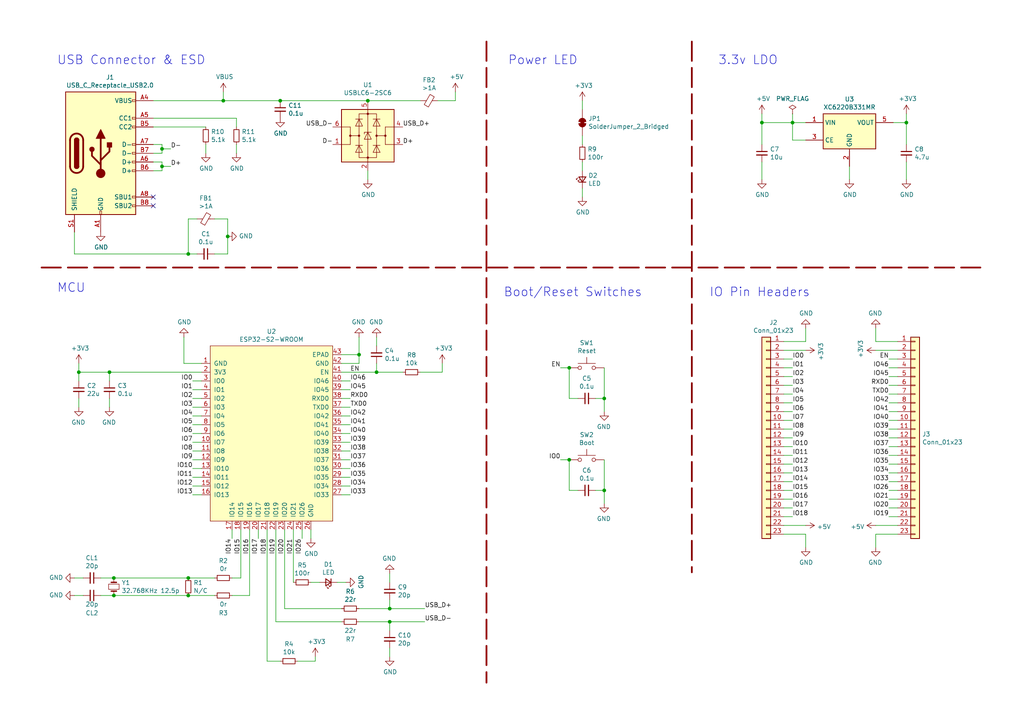
<source format=kicad_sch>
(kicad_sch (version 20231120) (generator "eeschema") (generator_version "8.0")
  (paper "A4")
  (title_block (title "ESP32-S2 Breakout Board") (date "2020-03-16") (rev "2"))
  (lib_symbols
    (symbol "Connector_Generic:Conn_01x23" (pin_names (offset 1.016) hide)
      (property "Reference" "J" (at 0 30.48 0))
      (property "Value" "Conn_01x23" (at 0 -30.48 0))
      (symbol "Conn_01x23_1_1"
        (pin passive line (at -5.08 27.94 0) (length 3.81) (name "Pin_1") (number "1"))
        (pin passive line (at -5.08 5.08 0) (length 3.81) (name "Pin_10") (number "10"))
        (pin passive line (at -5.08 2.54 0) (length 3.81) (name "Pin_11") (number "11"))
        (pin passive line (at -5.08 0 0) (length 3.81) (name "Pin_12") (number "12"))
        (pin passive line (at -5.08 -2.54 0) (length 3.81) (name "Pin_13") (number "13"))
        (pin passive line (at -5.08 -5.08 0) (length 3.81) (name "Pin_14") (number "14"))
        (pin passive line (at -5.08 -7.62 0) (length 3.81) (name "Pin_15") (number "15"))
        (pin passive line (at -5.08 -10.16 0) (length 3.81) (name "Pin_16") (number "16"))
        (pin passive line (at -5.08 -12.7 0) (length 3.81) (name "Pin_17") (number "17"))
        (pin passive line (at -5.08 -15.24 0) (length 3.81) (name "Pin_18") (number "18"))
        (pin passive line (at -5.08 -17.78 0) (length 3.81) (name "Pin_19") (number "19"))
        (pin passive line (at -5.08 25.4 0) (length 3.81) (name "Pin_2") (number "2"))
        (pin passive line (at -5.08 -20.32 0) (length 3.81) (name "Pin_20") (number "20"))
        (pin passive line (at -5.08 -22.86 0) (length 3.81) (name "Pin_21") (number "21"))
        (pin passive line (at -5.08 -25.4 0) (length 3.81) (name "Pin_22") (number "22"))
        (pin passive line (at -5.08 -27.94 0) (length 3.81) (name "Pin_23") (number "23"))
        (pin passive line (at -5.08 22.86 0) (length 3.81) (name "Pin_3") (number "3"))
        (pin passive line (at -5.08 20.32 0) (length 3.81) (name "Pin_4") (number "4"))
        (pin passive line (at -5.08 17.78 0) (length 3.81) (name "Pin_5") (number "5"))
        (pin passive line (at -5.08 15.24 0) (length 3.81) (name "Pin_6") (number "6"))
        (pin passive line (at -5.08 12.7 0) (length 3.81) (name "Pin_7") (number "7"))
        (pin passive line (at -5.08 10.16 0) (length 3.81) (name "Pin_8") (number "8"))
        (pin passive line (at -5.08 7.62 0) (length 3.81) (name "Pin_9") (number "9"))
      )
    )
    (symbol "Device:C_Small" (pin_numbers hide) (pin_names (offset 0.254) hide)
      (property "Reference" "C" (at 0.254 1.778 0))
      (property "Value" "C_Small" (at 0.254 -2.032 0))
      (symbol "C_Small_1_1"
        (pin passive line (at 0 2.54 270) (length 2.032) (name "~") (number "1"))
        (pin passive line (at 0 -2.54 90) (length 2.032) (name "~") (number "2"))
      )
    )
    (symbol "Device:Crystal_Small" (pin_numbers hide) (pin_names (offset 1.016) hide)
      (property "Reference" "Y" (at 0 2.54 0))
      (property "Value" "Crystal_Small" (at 0 -2.54 0))
      (symbol "Crystal_Small_1_1"
        (pin passive line (at -2.54 0 0) (length 1.27) (name "1") (number "1"))
        (pin passive line (at 2.54 0 180) (length 1.27) (name "2") (number "2"))
      )
    )
    (symbol "Device:LED_Small" (pin_numbers hide) (pin_names (offset 0.254) hide)
      (property "Reference" "D" (at -1.27 3.175 0))
      (property "Value" "LED_Small" (at -4.445 -2.54 0))
      (symbol "LED_Small_1_1"
        (pin passive line (at -2.54 0 0) (length 1.778) (name "K") (number "1"))
        (pin passive line (at 2.54 0 180) (length 1.778) (name "A") (number "2"))
      )
    )
    (symbol "Device:R_Small" (pin_numbers hide) (pin_names (offset 0.254) hide)
      (property "Reference" "R" (at 0.762 0.508 0))
      (property "Value" "R_Small" (at 0.762 -1.016 0))
      (symbol "R_Small_1_1"
        (pin passive line (at 0 2.54 270) (length 0.762) (name "~") (number "1"))
        (pin passive line (at 0 -2.54 90) (length 0.762) (name "~") (number "2"))
      )
    )
    (symbol "ESP32-S2-Breakout-rescue:+3.3V-power" (power) (pin_names (offset 0))
      (property "Value" "power_+3.3V" (at 0 3.556 0))
      (symbol "+3.3V-power_1_1"
        (pin power_in line (at 0 0 90) (length 0) hide (name "+3V3") (number "1"))
      )
    )
    (symbol "ESP32-S2-Breakout-rescue:+3V3-power" (power) (pin_names (offset 0))
      (property "Value" "power_+3V3" (at 0 3.556 0))
      (symbol "+3V3-power_1_1"
        (pin power_in line (at 0 0 90) (length 0) hide (name "+3V3") (number "1"))
      )
    )
    (symbol "ESP32-S2-Breakout-rescue:+5V-power" (power) (pin_names (offset 0))
      (property "Value" "power_+5V" (at 0 3.556 0))
      (symbol "+5V-power_1_1"
        (pin power_in line (at 0 0 90) (length 0) hide (name "+5V") (number "1"))
      )
    )
    (symbol "ESP32-S2-Breakout-rescue:Ferrite_Bead_Small-Device" (pin_numbers hide) (pin_names (offset 0))
      (property "Reference" "FB" (at 1.905 1.27 0))
      (property "Value" "Device_Ferrite_Bead_Small" (at 1.905 -1.27 0))
      (symbol "Ferrite_Bead_Small-Device_1_1"
        (pin passive line (at 0 2.54 270) (length 1.27) (name "~") (number "1"))
        (pin passive line (at 0 -2.54 90) (length 1.27) (name "~") (number "2"))
      )
    )
    (symbol "ESP32-S2-Breakout-rescue:GND-power" (power) (pin_names (offset 0))
      (property "Value" "power_GND" (at 0 -3.81 0))
      (symbol "GND-power_1_1"
        (pin power_in line (at 0 0 270) (length 0) hide (name "GND") (number "1"))
      )
    )
    (symbol "ESP32-S2-Breakout-rescue:PWR_FLAG-power" (power) (pin_numbers hide) (pin_names (offset 0) hide)
      (property "Value" "power_PWR_FLAG" (at 0 3.81 0))
      (symbol "PWR_FLAG-power_0_0"
        (pin power_out line (at 0 0 90) (length 0) (name "pwr") (number "1"))
      )
    )
    (symbol "ESP32-S2-Breakout-rescue:USBLC6-2SC6-Power_Protection" (pin_names hide)
      (property "Reference" "U" (at 2.54 8.89 0))
      (property "Value" "Power_Protection_USBLC6-2SC6" (at 2.54 -8.89 0))
      (symbol "USBLC6-2SC6-Power_Protection_1_1"
        (pin passive line (at -10.16 -2.54 0) (length 2.54) (name "I/O1") (number "1"))
        (pin passive line (at 0 -10.16 90) (length 2.54) (name "GND") (number "2"))
        (pin passive line (at 10.16 -2.54 180) (length 2.54) (name "I/O2") (number "3"))
        (pin passive line (at 10.16 2.54 180) (length 2.54) (name "I/O2") (number "4"))
        (pin passive line (at 0 10.16 270) (length 2.54) (name "VBUS") (number "5"))
        (pin passive line (at -10.16 2.54 0) (length 2.54) (name "I/O1") (number "6"))
      )
    )
    (symbol "ESP32-S2-Breakout-rescue:USB_C_Receptacle_USB2.0-Connector" (pin_names (offset 1.016))
      (property "Reference" "J" (at -10.16 19.05 0))
      (property "Value" "Connector_USB_C_Receptacle_USB2.0" (at 19.05 19.05 0))
      (symbol "USB_C_Receptacle_USB2.0-Connector_1_1"
        (pin passive line (at 0 -22.86 90) (length 5.08) (name "GND") (number "A1"))
        (pin passive line (at 0 -22.86 90) (length 5.08) hide (name "GND") (number "A12"))
        (pin passive line (at 15.24 15.24 180) (length 5.08) (name "VBUS") (number "A4"))
        (pin bidirectional line (at 15.24 10.16 180) (length 5.08) (name "CC1") (number "A5"))
        (pin bidirectional line (at 15.24 -2.54 180) (length 5.08) (name "D+") (number "A6"))
        (pin bidirectional line (at 15.24 2.54 180) (length 5.08) (name "D-") (number "A7"))
        (pin bidirectional line (at 15.24 -12.7 180) (length 5.08) (name "SBU1") (number "A8"))
        (pin passive line (at 15.24 15.24 180) (length 5.08) hide (name "VBUS") (number "A9"))
        (pin passive line (at 0 -22.86 90) (length 5.08) hide (name "GND") (number "B1"))
        (pin passive line (at 0 -22.86 90) (length 5.08) hide (name "GND") (number "B12"))
        (pin passive line (at 15.24 15.24 180) (length 5.08) hide (name "VBUS") (number "B4"))
        (pin bidirectional line (at 15.24 7.62 180) (length 5.08) (name "CC2") (number "B5"))
        (pin bidirectional line (at 15.24 -5.08 180) (length 5.08) (name "D+") (number "B6"))
        (pin bidirectional line (at 15.24 0 180) (length 5.08) (name "D-") (number "B7"))
        (pin bidirectional line (at 15.24 -15.24 180) (length 5.08) (name "SBU2") (number "B8"))
        (pin passive line (at 15.24 15.24 180) (length 5.08) hide (name "VBUS") (number "B9"))
        (pin passive line (at -7.62 -22.86 90) (length 5.08) (name "SHIELD") (number "S1"))
      )
    )
    (symbol "ESP32-S2-Breakout-rescue:VBUS-power" (power) (pin_names (offset 0))
      (property "Value" "power_VBUS" (at 0 3.81 0))
      (symbol "VBUS-power_1_1"
        (pin power_in line (at 0 0 90) (length 0) hide (name "VBUS") (number "1"))
      )
    )
    (symbol "ESP32-S2-Breakout-rescue:XC6220B331MR-Regulator_Linear"
      (property "Reference" "U" (at 0 8.89 0))
      (property "Value" "XC6220B331MR-Regulator_Linear" (at 0 6.35 0))
      (symbol "XC6220B331MR-Regulator_Linear_1_1"
        (pin power_in line (at -12.7 2.54 0) (length 5.08) (name "VIN") (number "1"))
        (pin power_in line (at 0 -10.16 90) (length 5.08) (name "GND") (number "2"))
        (pin input line (at -12.7 -2.54 0) (length 5.08) (name "CE") (number "3"))
        (pin no_connect line (at 12.7 -2.54 180) (length 5.08) hide (name "NC") (number "4"))
        (pin power_out line (at 12.7 2.54 180) (length 5.08) (name "VOUT") (number "5"))
      )
    )
    (symbol "ESP32-S2-WROOM:ESP32-S2-WROOM" (pin_names (offset 1.016))
      (property "Reference" "U" (at 0 6.35 0))
      (property "Value" "ESP32-S2-WROOM" (at 0 3.81 0))
      (symbol "ESP32-S2-WROOM_0_0"
        (pin power_in line (at -20.32 -5.08 0) (length 2.54) (name "GND") (number "1"))
        (pin power_in line (at -20.32 -7.62 0) (length 2.54) (name "3V3") (number "2"))
        (pin tri_state line (at -20.32 -10.16 0) (length 2.54) (name "IO0") (number "3"))
        (pin tri_state line (at -20.32 -12.7 0) (length 2.54) (name "IO1") (number "4"))
        (pin tri_state line (at -20.32 -15.24 0) (length 2.54) (name "IO2") (number "5"))
      )
      (symbol "ESP32-S2-WROOM_1_1"
        (pin tri_state line (at -20.32 -27.94 0) (length 2.54) (name "IO7") (number "10"))
        (pin tri_state line (at -20.32 -30.48 0) (length 2.54) (name "IO8") (number "11"))
        (pin tri_state line (at -20.32 -33.02 0) (length 2.54) (name "IO9") (number "12"))
        (pin tri_state line (at -20.32 -35.56 0) (length 2.54) (name "IO10") (number "13"))
        (pin tri_state line (at -20.32 -38.1 0) (length 2.54) (name "IO11") (number "14"))
        (pin tri_state line (at -20.32 -40.64 0) (length 2.54) (name "IO12") (number "15"))
        (pin tri_state line (at -20.32 -43.18 0) (length 2.54) (name "IO13") (number "16"))
        (pin tri_state line (at -11.43 -53.34 90) (length 2.54) (name "IO14") (number "17"))
        (pin tri_state line (at -8.89 -53.34 90) (length 2.54) (name "IO15") (number "18"))
        (pin tri_state line (at -6.35 -53.34 90) (length 2.54) (name "IO16") (number "19"))
        (pin tri_state line (at -3.81 -53.34 90) (length 2.54) (name "IO17") (number "20"))
        (pin tri_state line (at -1.27 -53.34 90) (length 2.54) (name "IO18") (number "21"))
        (pin tri_state line (at 1.27 -53.34 90) (length 2.54) (name "IO19") (number "22"))
        (pin tri_state line (at 3.81 -53.34 90) (length 2.54) (name "IO20") (number "23"))
        (pin tri_state line (at 6.35 -53.34 90) (length 2.54) (name "IO21") (number "24"))
        (pin tri_state line (at 8.89 -53.34 90) (length 2.54) (name "IO26") (number "25"))
        (pin power_in line (at 11.43 -53.34 90) (length 2.54) (name "GND") (number "26"))
        (pin tri_state line (at 20.32 -43.18 180) (length 2.54) (name "IO33") (number "27"))
        (pin tri_state line (at 20.32 -40.64 180) (length 2.54) (name "IO34") (number "28"))
        (pin tri_state line (at 20.32 -38.1 180) (length 2.54) (name "IO35") (number "29"))
        (pin tri_state line (at 20.32 -35.56 180) (length 2.54) (name "IO36") (number "30"))
        (pin tri_state line (at 20.32 -33.02 180) (length 2.54) (name "IO37") (number "31"))
        (pin tri_state line (at 20.32 -30.48 180) (length 2.54) (name "IO38") (number "32"))
        (pin tri_state line (at 20.32 -27.94 180) (length 2.54) (name "IO39") (number "33"))
        (pin tri_state line (at 20.32 -25.4 180) (length 2.54) (name "IO40") (number "34"))
        (pin tri_state line (at 20.32 -22.86 180) (length 2.54) (name "IO41") (number "35"))
        (pin tri_state line (at 20.32 -20.32 180) (length 2.54) (name "IO42") (number "36"))
        (pin tri_state line (at 20.32 -17.78 180) (length 2.54) (name "TXD0") (number "37"))
        (pin tri_state line (at 20.32 -15.24 180) (length 2.54) (name "RXD0") (number "38"))
        (pin tri_state line (at 20.32 -12.7 180) (length 2.54) (name "IO45") (number "39"))
        (pin input line (at 20.32 -10.16 180) (length 2.54) (name "IO46") (number "40"))
        (pin input line (at 20.32 -7.62 180) (length 2.54) (name "EN") (number "41"))
        (pin power_in line (at 20.32 -5.08 180) (length 2.54) (name "GND") (number "42"))
        (pin power_in line (at 20.32 -2.54 180) (length 2.54) (name "EPAD") (number "43"))
        (pin tri_state line (at -20.32 -17.78 0) (length 2.54) (name "IO3") (number "6"))
        (pin tri_state line (at -20.32 -20.32 0) (length 2.54) (name "IO4") (number "7"))
        (pin tri_state line (at -20.32 -22.86 0) (length 2.54) (name "IO5") (number "8"))
        (pin tri_state line (at -20.32 -25.4 0) (length 2.54) (name "IO6") (number "9"))
      )
    )
    (symbol "Jumper:SolderJumper_2_Bridged" (pin_numbers hide) (pin_names (offset 0) hide) (exclude_from_sim yes) (in_bom no)
      (property "Reference" "JP" (at 0 2.032 0))
      (property "Value" "SolderJumper_2_Bridged" (at 0 -2.54 0))
      (symbol "SolderJumper_2_Bridged_1_1"
        (pin passive line (at -3.81 0 0) (length 2.54) (name "A") (number "1"))
        (pin passive line (at 3.81 0 180) (length 2.54) (name "B") (number "2"))
      )
    )
    (symbol "Switch:SW_Push" (pin_numbers hide) (pin_names (offset 1.016) hide)
      (property "Reference" "SW" (at 1.27 2.54 0))
      (property "Value" "SW_Push" (at 0 -1.524 0))
      (symbol "SW_Push_0_1"
        (pin passive line (at -5.08 0 0) (length 2.54) (name "1") (number "1"))
        (pin passive line (at 5.08 0 180) (length 2.54) (name "2") (number "2"))
      )
    )
  )
  (junction (at 165.1 133.35))
  (junction (at 106.68 29.21))
  (junction (at 46.99 48.26))
  (junction (at 22.86 107.95))
  (junction (at 54.61 167.64))
  (junction (at 175.26 115.57))
  (junction (at 66.04 68.58))
  (junction (at 175.26 142.24))
  (junction (at 113.03 176.53))
  (junction (at 262.89 35.56))
  (junction (at 81.28 29.21))
  (junction (at 165.1 106.68))
  (junction (at 109.22 107.95))
  (junction (at 229.87 35.56))
  (junction (at 31.75 107.95))
  (junction (at 33.02 167.64))
  (junction (at 54.61 73.66))
  (junction (at 104.14 102.87))
  (junction (at 113.03 180.34))
  (junction (at 46.99 43.18))
  (junction (at 33.02 172.72))
  (junction (at 64.77 29.21))
  (junction (at 220.98 35.56))
  (junction (at 54.61 172.72))
  (no_connect (at 44.45 57.15))
  (no_connect (at 44.45 59.69))
  (wire (pts (xy 55.88 128.27) (xy 58.42 128.27)))
  (wire (pts (xy 175.26 133.35) (xy 175.26 142.24)))
  (wire (pts (xy 175.26 115.57) (xy 175.26 119.38)))
  (wire (pts (xy 229.87 119.38) (xy 227.33 119.38)))
  (wire (pts (xy 168.91 31.75) (xy 168.91 29.21)))
  (wire (pts (xy 101.6 133.35) (xy 99.06 133.35)))
  (wire (pts (xy 55.88 140.97) (xy 58.42 140.97)))
  (wire (pts (xy 262.89 35.56) (xy 262.89 33.02)))
  (wire (pts (xy 82.55 153.67) (xy 82.55 176.53)))
  (wire (pts (xy 101.6 123.19) (xy 99.06 123.19)))
  (wire (pts (xy 229.87 111.76) (xy 227.33 111.76)))
  (wire (pts (xy 53.34 97.79) (xy 53.34 105.41)))
  (wire (pts (xy 168.91 41.91) (xy 168.91 39.37)))
  (wire (pts (xy 46.99 41.91) (xy 46.99 43.18)))
  (wire (pts (xy 49.53 43.18) (xy 46.99 43.18)))
  (wire (pts (xy 22.86 107.95) (xy 31.75 107.95)))
  (wire (pts (xy 104.14 102.87) (xy 104.14 97.79)))
  (wire (pts (xy 46.99 46.99) (xy 44.45 46.99)))
  (wire (pts (xy 33.02 172.72) (xy 54.61 172.72)))
  (wire (pts (xy 55.88 125.73) (xy 58.42 125.73)))
  (wire (pts (xy 55.88 138.43) (xy 58.42 138.43)))
  (polyline (pts (xy 12.065 77.597) (xy 284.988 77.597)) (stroke (width 0.508) (type dash) (color 132 0 0 1)))
  (wire (pts (xy 128.27 107.95) (xy 121.92 107.95)))
  (wire (pts (xy 257.81 149.86) (xy 260.35 149.86)))
  (wire (pts (xy 168.91 49.53) (xy 168.91 46.99)))
  (wire (pts (xy 58.42 105.41) (xy 53.34 105.41)))
  (wire (pts (xy 101.6 120.65) (xy 99.06 120.65)))
  (wire (pts (xy 66.04 73.66) (xy 66.04 68.58)))
  (wire (pts (xy 33.02 167.64) (xy 54.61 167.64)))
  (wire (pts (xy 90.17 168.91) (xy 92.71 168.91)))
  (wire (pts (xy 229.87 134.62) (xy 227.33 134.62)))
  (wire (pts (xy 44.45 49.53) (xy 46.99 49.53)))
  (wire (pts (xy 260.35 99.06) (xy 254 99.06)))
  (wire (pts (xy 101.6 118.11) (xy 99.06 118.11)))
  (wire (pts (xy 257.81 129.54) (xy 260.35 129.54)))
  (wire (pts (xy 55.88 118.11) (xy 58.42 118.11)))
  (wire (pts (xy 44.45 34.29) (xy 68.58 34.29)))
  (wire (pts (xy 260.35 152.4) (xy 254 152.4)))
  (wire (pts (xy 233.68 99.06) (xy 233.68 95.25)))
  (wire (pts (xy 22.86 118.11) (xy 22.86 115.57)))
  (wire (pts (xy 233.68 35.56) (xy 229.87 35.56)))
  (wire (pts (xy 57.15 73.66) (xy 54.61 73.66)))
  (wire (pts (xy 262.89 35.56) (xy 262.89 41.91)))
  (wire (pts (xy 165.1 133.35) (xy 162.56 133.35)))
  (wire (pts (xy 55.88 133.35) (xy 58.42 133.35)))
  (wire (pts (xy 46.99 49.53) (xy 46.99 48.26)))
  (wire (pts (xy 67.31 167.64) (xy 69.85 167.64)))
  (wire (pts (xy 101.6 128.27) (xy 99.06 128.27)))
  (wire (pts (xy 229.87 139.7) (xy 227.33 139.7)))
  (wire (pts (xy 55.88 110.49) (xy 58.42 110.49)))
  (wire (pts (xy 229.87 142.24) (xy 227.33 142.24)))
  (wire (pts (xy 68.58 44.45) (xy 68.58 41.91)))
  (wire (pts (xy 91.44 191.77) (xy 91.44 190.5)))
  (wire (pts (xy 104.14 180.34) (xy 113.03 180.34)))
  (wire (pts (xy 257.81 109.22) (xy 260.35 109.22)))
  (wire (pts (xy 229.87 40.64) (xy 229.87 35.56)))
  (wire (pts (xy 55.88 143.51) (xy 58.42 143.51)))
  (wire (pts (xy 229.87 106.68) (xy 227.33 106.68)))
  (wire (pts (xy 229.87 109.22) (xy 227.33 109.22)))
  (wire (pts (xy 72.39 153.67) (xy 72.39 172.72)))
  (wire (pts (xy 62.23 63.5) (xy 66.04 63.5)))
  (wire (pts (xy 257.81 132.08) (xy 260.35 132.08)))
  (wire (pts (xy 72.39 172.72) (xy 67.31 172.72)))
  (wire (pts (xy 229.87 129.54) (xy 227.33 129.54)))
  (wire (pts (xy 101.6 113.03) (xy 99.06 113.03)))
  (polyline (pts (xy 141.097 12.065) (xy 141.097 197.993)) (stroke (width 0.508) (type dash) (color 132 0 0 1)))
  (wire (pts (xy 22.86 110.49) (xy 22.86 107.95)))
  (wire (pts (xy 246.38 52.07) (xy 246.38 48.26)))
  (wire (pts (xy 233.68 101.6) (xy 227.33 101.6)))
  (wire (pts (xy 168.91 57.15) (xy 168.91 54.61)))
  (wire (pts (xy 165.1 142.24) (xy 167.64 142.24)))
  (wire (pts (xy 68.58 34.29) (xy 68.58 36.83)))
  (wire (pts (xy 22.86 107.95) (xy 22.86 105.41)))
  (wire (pts (xy 260.35 154.94) (xy 254 154.94)))
  (wire (pts (xy 229.87 104.14) (xy 227.33 104.14)))
  (wire (pts (xy 86.36 191.77) (xy 91.44 191.77)))
  (wire (pts (xy 100.33 168.91) (xy 97.79 168.91)))
  (wire (pts (xy 257.81 142.24) (xy 260.35 142.24)))
  (wire (pts (xy 49.53 48.26) (xy 46.99 48.26)))
  (wire (pts (xy 46.99 43.18) (xy 46.99 44.45)))
  (wire (pts (xy 127 29.21) (xy 132.08 29.21)))
  (wire (pts (xy 55.88 120.65) (xy 58.42 120.65)))
  (wire (pts (xy 220.98 33.02) (xy 220.98 35.56)))
  (wire (pts (xy 257.81 147.32) (xy 260.35 147.32)))
  (wire (pts (xy 69.85 153.67) (xy 69.85 167.64)))
  (wire (pts (xy 220.98 52.07) (xy 220.98 46.99)))
  (wire (pts (xy 257.81 124.46) (xy 260.35 124.46)))
  (wire (pts (xy 229.87 124.46) (xy 227.33 124.46)))
  (wire (pts (xy 113.03 190.5) (xy 113.03 187.96)))
  (wire (pts (xy 165.1 106.68) (xy 162.56 106.68)))
  (wire (pts (xy 109.22 107.95) (xy 109.22 105.41)))
  (wire (pts (xy 55.88 115.57) (xy 58.42 115.57)))
  (wire (pts (xy 99.06 107.95) (xy 109.22 107.95)))
  (wire (pts (xy 101.6 140.97) (xy 99.06 140.97)))
  (wire (pts (xy 229.87 132.08) (xy 227.33 132.08)))
  (wire (pts (xy 101.6 138.43) (xy 99.06 138.43)))
  (wire (pts (xy 227.33 154.94) (xy 233.68 154.94)))
  (wire (pts (xy 44.45 44.45) (xy 46.99 44.45)))
  (wire (pts (xy 257.81 139.7) (xy 260.35 139.7)))
  (wire (pts (xy 54.61 172.72) (xy 62.23 172.72)))
  (wire (pts (xy 87.63 156.21) (xy 87.63 153.67)))
  (wire (pts (xy 59.69 44.45) (xy 59.69 41.91)))
  (wire (pts (xy 54.61 63.5) (xy 57.15 63.5)))
  (wire (pts (xy 257.81 119.38) (xy 260.35 119.38)))
  (wire (pts (xy 229.87 147.32) (xy 227.33 147.32)))
  (wire (pts (xy 257.81 106.68) (xy 260.35 106.68)))
  (wire (pts (xy 165.1 115.57) (xy 167.64 115.57)))
  (wire (pts (xy 21.59 73.66) (xy 21.59 67.31)))
  (wire (pts (xy 172.72 115.57) (xy 175.26 115.57)))
  (wire (pts (xy 104.14 105.41) (xy 104.14 102.87)))
  (wire (pts (xy 106.68 29.21) (xy 121.92 29.21)))
  (wire (pts (xy 220.98 35.56) (xy 220.98 41.91)))
  (wire (pts (xy 257.81 121.92) (xy 260.35 121.92)))
  (wire (pts (xy 66.04 63.5) (xy 66.04 68.58)))
  (wire (pts (xy 257.81 137.16) (xy 260.35 137.16)))
  (wire (pts (xy 64.77 29.21) (xy 64.77 26.67)))
  (wire (pts (xy 254 101.6) (xy 260.35 101.6)))
  (wire (pts (xy 229.87 137.16) (xy 227.33 137.16)))
  (wire (pts (xy 81.28 29.21) (xy 106.68 29.21)))
  (wire (pts (xy 99.06 102.87) (xy 104.14 102.87)))
  (wire (pts (xy 165.1 133.35) (xy 165.1 142.24)))
  (wire (pts (xy 109.22 100.33) (xy 109.22 97.79)))
  (polyline (pts (xy 200.66 12.065) (xy 200.66 165.989)) (stroke (width 0.508) (type dash) (color 132 0 0 1)))
  (wire (pts (xy 229.87 121.92) (xy 227.33 121.92)))
  (wire (pts (xy 175.26 115.57) (xy 175.26 106.68)))
  (wire (pts (xy 31.75 107.95) (xy 58.42 107.95)))
  (wire (pts (xy 233.68 40.64) (xy 229.87 40.64)))
  (wire (pts (xy 99.06 105.41) (xy 104.14 105.41)))
  (wire (pts (xy 106.68 49.53) (xy 106.68 52.07)))
  (wire (pts (xy 55.88 123.19) (xy 58.42 123.19)))
  (wire (pts (xy 227.33 152.4) (xy 233.68 152.4)))
  (wire (pts (xy 229.87 149.86) (xy 227.33 149.86)))
  (wire (pts (xy 24.13 167.64) (xy 21.59 167.64)))
  (wire (pts (xy 101.6 143.51) (xy 99.06 143.51)))
  (wire (pts (xy 80.01 153.67) (xy 80.01 180.34)))
  (wire (pts (xy 62.23 167.64) (xy 54.61 167.64)))
  (wire (pts (xy 33.02 167.64) (xy 29.21 167.64)))
  (wire (pts (xy 77.47 153.67) (xy 77.47 191.77)))
  (wire (pts (xy 29.21 172.72) (xy 33.02 172.72)))
  (wire (pts (xy 254 154.94) (xy 254 158.75)))
  (wire (pts (xy 113.03 168.91) (xy 113.03 166.37)))
  (wire (pts (xy 54.61 63.5) (xy 54.61 73.66)))
  (wire (pts (xy 229.87 116.84) (xy 227.33 116.84)))
  (wire (pts (xy 55.88 135.89) (xy 58.42 135.89)))
  (wire (pts (xy 101.6 125.73) (xy 99.06 125.73)))
  (wire (pts (xy 257.81 144.78) (xy 260.35 144.78)))
  (wire (pts (xy 175.26 146.05) (xy 175.26 142.24)))
  (wire (pts (xy 229.87 127) (xy 227.33 127)))
  (wire (pts (xy 165.1 106.68) (xy 165.1 115.57)))
  (wire (pts (xy 90.17 153.67) (xy 90.17 156.21)))
  (wire (pts (xy 254 99.06) (xy 254 95.25)))
  (wire (pts (xy 229.87 144.78) (xy 227.33 144.78)))
  (wire (pts (xy 44.45 29.21) (xy 64.77 29.21)))
  (wire (pts (xy 67.31 156.21) (xy 67.31 153.67)))
  (wire (pts (xy 257.81 116.84) (xy 260.35 116.84)))
  (wire (pts (xy 229.87 114.3) (xy 227.33 114.3)))
  (wire (pts (xy 229.87 35.56) (xy 220.98 35.56)))
  (wire (pts (xy 101.6 135.89) (xy 99.06 135.89)))
  (wire (pts (xy 54.61 73.66) (xy 21.59 73.66)))
  (wire (pts (xy 113.03 180.34) (xy 113.03 182.88)))
  (wire (pts (xy 101.6 115.57) (xy 99.06 115.57)))
  (wire (pts (xy 229.87 35.56) (xy 229.87 33.02)))
  (wire (pts (xy 113.03 180.34) (xy 123.19 180.34)))
  (wire (pts (xy 257.81 134.62) (xy 260.35 134.62)))
  (wire (pts (xy 257.81 127) (xy 260.35 127)))
  (wire (pts (xy 77.47 191.77) (xy 81.28 191.77)))
  (wire (pts (xy 55.88 113.03) (xy 58.42 113.03)))
  (wire (pts (xy 128.27 105.41) (xy 128.27 107.95)))
  (wire (pts (xy 46.99 48.26) (xy 46.99 46.99)))
  (wire (pts (xy 64.77 29.21) (xy 81.28 29.21)))
  (wire (pts (xy 257.81 104.14) (xy 260.35 104.14)))
  (wire (pts (xy 113.03 176.53) (xy 113.03 173.99)))
  (wire (pts (xy 227.33 99.06) (xy 233.68 99.06)))
  (wire (pts (xy 132.08 29.21) (xy 132.08 26.67)))
  (wire (pts (xy 175.26 142.24) (xy 172.72 142.24)))
  (wire (pts (xy 99.06 176.53) (xy 82.55 176.53)))
  (wire (pts (xy 62.23 73.66) (xy 66.04 73.66)))
  (wire (pts (xy 85.09 153.67) (xy 85.09 168.91)))
  (wire (pts (xy 99.06 180.34) (xy 80.01 180.34)))
  (wire (pts (xy 74.93 156.21) (xy 74.93 153.67)))
  (wire (pts (xy 31.75 110.49) (xy 31.75 107.95)))
  (wire (pts (xy 113.03 176.53) (xy 123.19 176.53)))
  (wire (pts (xy 44.45 41.91) (xy 46.99 41.91)))
  (wire (pts (xy 116.84 107.95) (xy 109.22 107.95)))
  (wire (pts (xy 31.75 118.11) (xy 31.75 115.57)))
  (wire (pts (xy 233.68 154.94) (xy 233.68 158.75)))
  (wire (pts (xy 24.13 172.72) (xy 21.59 172.72)))
  (wire (pts (xy 257.81 111.76) (xy 260.35 111.76)))
  (wire (pts (xy 104.14 176.53) (xy 113.03 176.53)))
  (wire (pts (xy 262.89 52.07) (xy 262.89 46.99)))
  (wire (pts (xy 44.45 36.83) (xy 59.69 36.83)))
  (wire (pts (xy 257.81 114.3) (xy 260.35 114.3)))
  (wire (pts (xy 259.08 35.56) (xy 262.89 35.56)))
  (wire (pts (xy 101.6 130.81) (xy 99.06 130.81)))
  (wire (pts (xy 55.88 130.81) (xy 58.42 130.81)))
  (wire (pts (xy 101.6 110.49) (xy 99.06 110.49)))
  (text "USB Connector & ESD" (at 16.51 19.05 0) (effects (font (size 2.54 2.54)) (justify left bottom)))
  (text "IO Pin Headers" (at 205.74 86.36 0) (effects (font (size 2.54 2.54)) (justify left bottom)))
  (text "3.3v LDO" (at 208.28 19.05 0) (effects (font (size 2.54 2.54)) (justify left bottom)))
  (text "MCU" (at 16.51 85.09 0) (effects (font (size 2.54 2.54)) (justify left bottom)))
  (text "Boot/Reset Switches" (at 146.05 86.36 0) (effects (font (size 2.54 2.54)) (justify left bottom)))
  (text "Power LED" (at 147.32 19.05 0) (effects (font (size 2.54 2.54)) (justify left bottom)))
  (label "D+" (at 49.53 48.26 0))
  (label "USB_D+" (at 123.19 176.53 0))
  (label "IO5" (at 229.87 116.84 0))
  (label "D-" (at 49.53 43.18 0))
  (label "USB_D-" (at 123.19 180.34 0))
  (label "IO5" (at 55.88 123.19 180))
  (label "IO33" (at 101.6 143.51 0))
  (label "IO14" (at 67.31 156.21 270))
  (label "USB_D-" (at 96.52 36.83 180))
  (label "IO10" (at 55.88 135.89 180))
  (label "IO38" (at 257.81 127 180))
  (label "IO35" (at 101.6 138.43 0))
  (label "IO40" (at 257.81 121.92 180))
  (label "D+" (at 116.84 41.91 0))
  (label "IO13" (at 55.88 143.51 180))
  (label "IO18" (at 77.47 156.21 270))
  (label "IO20" (at 257.81 147.32 180))
  (label "IO3" (at 229.87 111.76 0))
  (label "IO14" (at 229.87 139.7 0))
  (label "IO7" (at 229.87 121.92 0))
  (label "IO9" (at 229.87 127 0))
  (label "IO26" (at 87.63 156.21 270))
  (label "IO38" (at 101.6 130.81 0))
  (label "IO15" (at 229.87 142.24 0))
  (label "IO1" (at 229.87 106.68 0))
  (label "IO41" (at 257.81 119.38 180))
  (label "IO21" (at 257.81 144.78 180))
  (label "IO20" (at 82.55 156.21 270))
  (label "IO36" (at 101.6 135.89 0))
  (label "IO17" (at 229.87 147.32 0))
  (label "TXD0" (at 101.6 118.11 0))
  (label "IO35" (at 257.81 134.62 180))
  (label "IO4" (at 229.87 114.3 0))
  (label "IO0" (at 55.88 110.49 180))
  (label "IO45" (at 257.81 109.22 180))
  (label "IO26" (at 257.81 142.24 180))
  (label "IO33" (at 257.81 139.7 180))
  (label "IO36" (at 257.81 132.08 180))
  (label "IO11" (at 55.88 138.43 180))
  (label "IO17" (at 74.93 156.21 270))
  (label "IO19" (at 80.01 156.21 270))
  (label "IO0" (at 229.87 104.14 0))
  (label "IO19" (at 257.81 149.86 180))
  (label "IO11" (at 229.87 132.08 0))
  (label "IO10" (at 229.87 129.54 0))
  (label "RXD0" (at 101.6 115.57 0))
  (label "IO7" (at 55.88 128.27 180))
  (label "IO42" (at 101.6 120.65 0))
  (label "IO4" (at 55.88 120.65 180))
  (label "EN" (at 101.6 107.95 0))
  (label "RXD0" (at 257.81 111.76 180))
  (label "IO16" (at 72.39 156.21 270))
  (label "IO34" (at 101.6 140.97 0))
  (label "IO6" (at 55.88 125.73 180))
  (label "IO1" (at 55.88 113.03 180))
  (label "IO9" (at 55.88 133.35 180))
  (label "TXD0" (at 257.81 114.3 180))
  (label "IO12" (at 229.87 134.62 0))
  (label "IO37" (at 101.6 133.35 0))
  (label "IO13" (at 229.87 137.16 0))
  (label "IO46" (at 101.6 110.49 0))
  (label "IO42" (at 257.81 116.84 180))
  (label "IO0" (at 162.56 133.35 180))
  (label "IO6" (at 229.87 119.38 0))
  (label "IO2" (at 229.87 109.22 0))
  (label "IO3" (at 55.88 118.11 180))
  (label "IO21" (at 85.09 156.21 270))
  (label "EN" (at 162.56 106.68 180))
  (label "IO39" (at 101.6 128.27 0))
  (label "D-" (at 96.52 41.91 180))
  (label "IO39" (at 257.81 124.46 180))
  (label "IO46" (at 257.81 106.68 180))
  (label "USB_D+" (at 116.84 36.83 0))
  (label "IO37" (at 257.81 129.54 180))
  (label "IO40" (at 101.6 125.73 0))
  (label "EN" (at 257.81 104.14 180))
  (label "IO18" (at 229.87 149.86 0))
  (label "IO2" (at 55.88 115.57 180))
  (label "IO15" (at 69.85 156.21 270))
  (label "IO12" (at 55.88 140.97 180))
  (label "IO34" (at 257.81 137.16 180))
  (label "IO41" (at 101.6 123.19 0))
  (label "IO8" (at 229.87 124.46 0))
  (label "IO8" (at 55.88 130.81 180))
  (label "IO45" (at 101.6 113.03 0))
  (label "IO16" (at 229.87 144.78 0))
  (symbol (lib_id "ESP32-S2-WROOM:ESP32-S2-WROOM") (at 78.74 100.33 0) (unit 1)
    (property "Reference" "U2" (at 78.74 96.139 0))
    (property "Value" "ESP32-S2-WROOM" (at 78.74 98.4504 0))
    (property "Footprint" "ESP32-S2-Breakout:ESP32-S2-WROOM" (effects (hide yes)))
    (property "LCSC" "C701327" (effects (hide yes)))
  )
  (symbol (lib_id "ESP32-S2-Breakout-rescue:+5V-power") (at 132.08 26.67 0) (unit 1)
    (property "Reference" "#PWR032" (effects (hide yes)))
    (property "Value" "+5V" (at 132.461 22.2758 0))
  )
  (symbol (lib_id "ESP32-S2-Breakout-rescue:VBUS-power") (at 64.77 26.67 0) (unit 1)
    (property "Reference" "#PWR09" (effects (hide yes)))
    (property "Value" "VBUS" (at 65.151 22.2758 0))
  )
  (symbol (lib_id "ESP32-S2-Breakout-rescue:Ferrite_Bead_Small-Device") (at 59.69 63.5 90) (unit 1)
    (property "Reference" "FB1" (at 59.69 57.4802 90))
    (property "Value" ">1A" (at 59.69 59.7916 90))
    (property "Footprint" "Inductor_SMD:L_0603_1608Metric" (effects (hide yes)))
    (property "LCSC" "C24821" (effects (hide yes)))
  )
  (symbol (lib_id "Device:C_Small") (at 59.69 73.66 270) (unit 1)
    (property "Reference" "C1" (at 59.69 67.8434 90))
    (property "Value" "0.1u" (at 59.69 70.1548 90))
    (property "Footprint" "Capacitor_SMD:C_0603_1608Metric" (effects (hide yes)))
    (property "LCSC" "C14663" (effects (hide yes)))
  )
  (symbol (lib_id "ESP32-S2-Breakout-rescue:+5V-power") (at 220.98 33.02 0) (unit 1)
    (property "Reference" "#PWR0102" (effects (hide yes)))
    (property "Value" "+5V" (at 221.361 28.6258 0))
  )
  (symbol (lib_id "ESP32-S2-Breakout-rescue:GND-power") (at 29.21 67.31 0) (unit 1)
    (property "Reference" "#PWR06" (effects (hide yes)))
    (property "Value" "GND" (at 29.337 71.7042 0))
  )
  (symbol (lib_id "Device:C_Small") (at 81.28 31.75 0) (unit 1)
    (property "Reference" "C11" (at 83.6168 30.5816 0) (effects (justify left)))
    (property "Value" "0.1u" (at 83.6168 32.893 0) (effects (justify left)))
    (property "Footprint" "Capacitor_SMD:C_0603_1608Metric" (effects (hide yes)))
    (property "LCSC" "C14663" (effects (hide yes)))
  )
  (symbol (lib_id "ESP32-S2-Breakout-rescue:GND-power") (at 106.68 52.07 0) (unit 1)
    (property "Reference" "#PWR010" (effects (hide yes)))
    (property "Value" "GND" (at 106.807 56.4642 0))
  )
  (symbol (lib_id "ESP32-S2-Breakout-rescue:GND-power") (at 233.68 95.25 0) (mirror x) (unit 1)
    (property "Reference" "#PWR021" (effects (hide yes)))
    (property "Value" "GND" (at 233.807 90.8558 0))
  )
  (symbol (lib_id "ESP32-S2-Breakout-rescue:+3V3-power") (at 233.68 101.6 270) (unit 1)
    (property "Reference" "#PWR022" (effects (hide yes)))
    (property "Value" "+3V3" (at 238.0742 101.981 0))
  )
  (symbol (lib_id "ESP32-S2-Breakout-rescue:Ferrite_Bead_Small-Device") (at 124.46 29.21 270) (unit 1)
    (property "Reference" "FB2" (at 124.46 23.1902 90))
    (property "Value" ">1A" (at 124.46 25.5016 90))
    (property "Footprint" "Inductor_SMD:L_0603_1608Metric" (effects (hide yes)))
    (property "LCSC" "C24821" (effects (hide yes)))
  )
  (symbol (lib_id "ESP32-S2-Breakout-rescue:GND-power") (at 81.28 34.29 0) (unit 1)
    (property "Reference" "#PWR019" (effects (hide yes)))
    (property "Value" "GND" (at 81.407 38.6842 0))
  )
  (symbol (lib_id "ESP32-S2-Breakout-rescue:GND-power") (at 104.14 97.79 180) (unit 1)
    (property "Reference" "#PWR014" (effects (hide yes)))
    (property "Value" "GND" (at 104.013 93.3958 0))
  )
  (symbol (lib_id "ESP32-S2-Breakout-rescue:GND-power") (at 53.34 97.79 0) (mirror x) (unit 1)
    (property "Reference" "#PWR08" (effects (hide yes)))
    (property "Value" "GND" (at 53.467 93.3958 0))
  )
  (symbol (lib_id "ESP32-S2-Breakout-rescue:+3V3-power") (at 22.86 105.41 0) (unit 1)
    (property "Reference" "#PWR02" (effects (hide yes)))
    (property "Value" "+3V3" (at 23.241 101.0158 0))
  )
  (symbol (lib_id "Device:C_Small") (at 22.86 113.03 0) (unit 1)
    (property "Reference" "C2" (at 25.1968 111.8616 0) (effects (justify left)))
    (property "Value" "22u" (at 25.1968 114.173 0) (effects (justify left)))
    (property "Footprint" "Capacitor_SMD:C_0603_1608Metric" (effects (hide yes)))
    (property "LCSC" "C84419" (effects (hide yes)))
  )
  (symbol (lib_id "Device:C_Small") (at 31.75 113.03 0) (unit 1)
    (property "Reference" "C3" (at 34.0868 111.8616 0) (effects (justify left)))
    (property "Value" "0.1u" (at 34.0868 114.173 0) (effects (justify left)))
    (property "Footprint" "Capacitor_SMD:C_0603_1608Metric" (effects (hide yes)))
    (property "LCSC" "C14663" (effects (hide yes)))
  )
  (symbol (lib_id "ESP32-S2-Breakout-rescue:GND-power") (at 31.75 118.11 0) (mirror y) (unit 1)
    (property "Reference" "#PWR07" (effects (hide yes)))
    (property "Value" "GND" (at 31.623 122.5042 0))
  )
  (symbol (lib_id "ESP32-S2-Breakout-rescue:GND-power") (at 22.86 118.11 0) (mirror y) (unit 1)
    (property "Reference" "#PWR03" (effects (hide yes)))
    (property "Value" "GND" (at 22.733 122.5042 0))
  )
  (symbol (lib_id "Device:C_Small") (at 109.22 102.87 180) (unit 1)
    (property "Reference" "C4" (at 111.5568 101.7016 0) (effects (justify right)))
    (property "Value" "0.1u" (at 111.5568 104.013 0) (effects (justify right)))
    (property "Footprint" "Capacitor_SMD:C_0603_1608Metric" (effects (hide yes)))
    (property "LCSC" "C14663" (effects (hide yes)))
  )
  (symbol (lib_id "ESP32-S2-Breakout-rescue:GND-power") (at 109.22 97.79 180) (unit 1)
    (property "Reference" "#PWR015" (effects (hide yes)))
    (property "Value" "GND" (at 109.093 93.3958 0))
  )
  (symbol (lib_id "Device:R_Small") (at 119.38 107.95 270) (unit 1)
    (property "Reference" "R8" (at 119.38 102.9716 90))
    (property "Value" "10k" (at 119.38 105.283 90))
    (property "Footprint" "Resistor_SMD:R_0603_1608Metric" (effects (hide yes)))
    (property "LCSC" "C99198" (effects (hide yes)))
  )
  (symbol (lib_id "ESP32-S2-Breakout-rescue:+3V3-power") (at 128.27 105.41 0) (unit 1)
    (property "Reference" "#PWR016" (effects (hide yes)))
    (property "Value" "+3V3" (at 128.651 101.0158 0))
  )
  (symbol (lib_id "Device:R_Small") (at 83.82 191.77 270) (unit 1)
    (property "Reference" "R4" (at 83.82 186.7916 90))
    (property "Value" "10k" (at 83.82 189.103 90))
    (property "Footprint" "Resistor_SMD:R_0603_1608Metric" (effects (hide yes)))
    (property "LCSC" "C99198" (effects (hide yes)))
  )
  (symbol (lib_id "ESP32-S2-Breakout-rescue:+3V3-power") (at 91.44 190.5 0) (unit 1)
    (property "Reference" "#PWR012" (effects (hide yes)))
    (property "Value" "+3V3" (at 91.821 186.1058 0))
  )
  (symbol (lib_id "Device:C_Small") (at 170.18 115.57 90) (mirror x) (unit 1)
    (property "Reference" "C5" (at 170.18 109.7534 90))
    (property "Value" "0.1u" (at 170.18 112.0648 90))
    (property "Footprint" "Capacitor_SMD:C_0603_1608Metric" (effects (hide yes)))
    (property "LCSC" "C14663" (effects (hide yes)))
  )
  (symbol (lib_id "Switch:SW_Push") (at 170.18 106.68 0) (mirror y) (unit 1)
    (property "Reference" "SW1" (at 170.18 99.441 0))
    (property "Value" "Reset" (at 170.18 101.7524 0))
    (property "Footprint" "ESP32-S2-Breakout:Alps_SKRK" (effects (hide yes)))
    (property "LCSC" "C115357" (effects (hide yes)))
  )
  (symbol (lib_id "ESP32-S2-Breakout-rescue:GND-power") (at 175.26 119.38 0) (mirror y) (unit 1)
    (property "Reference" "#PWR017" (effects (hide yes)))
    (property "Value" "GND" (at 175.133 123.7742 0))
  )
  (symbol (lib_id "ESP32-S2-Breakout-rescue:GND-power") (at 90.17 156.21 0) (unit 1)
    (property "Reference" "#PWR011" (effects (hide yes)))
    (property "Value" "GND" (at 90.297 160.6042 0))
  )
  (symbol (lib_id "Device:R_Small") (at 101.6 176.53 270) (unit 1)
    (property "Reference" "R6" (at 101.6 171.5516 90))
    (property "Value" "22r" (at 101.6 173.863 90))
    (property "Footprint" "Resistor_SMD:R_0603_1608Metric" (effects (hide yes)))
    (property "LCSC" "C23345" (effects (hide yes)))
  )
  (symbol (lib_id "Device:R_Small") (at 101.6 180.34 270) (unit 1)
    (property "Reference" "R7" (at 101.6 185.42 90))
    (property "Value" "22r" (at 101.6 182.88 90))
    (property "Footprint" "Resistor_SMD:R_0603_1608Metric" (effects (hide yes)))
    (property "LCSC" "C23345" (effects (hide yes)))
  )
  (symbol (lib_id "Device:C_Small") (at 26.67 167.64 270) (unit 1)
    (property "Reference" "CL1" (at 26.67 161.8234 90))
    (property "Value" "20p" (at 26.67 164.1348 90))
    (property "Footprint" "Capacitor_SMD:C_0603_1608Metric" (effects (hide yes)))
    (property "LCSC" "C1648" (effects (hide yes)))
  )
  (symbol (lib_id "Device:C_Small") (at 26.67 172.72 270) (unit 1)
    (property "Reference" "CL2" (at 26.67 177.8 90))
    (property "Value" "20p" (at 26.67 175.26 90))
    (property "Footprint" "Capacitor_SMD:C_0603_1608Metric" (effects (hide yes)))
    (property "LCSC" "C1648" (effects (hide yes)))
  )
  (symbol (lib_id "ESP32-S2-Breakout-rescue:GND-power") (at 21.59 167.64 270) (mirror x) (unit 1)
    (property "Reference" "#PWR04" (effects (hide yes)))
    (property "Value" "GND" (at 18.3388 167.513 90) (effects (justify right)))
  )
  (symbol (lib_id "ESP32-S2-Breakout-rescue:GND-power") (at 21.59 172.72 270) (mirror x) (unit 1)
    (property "Reference" "#PWR05" (effects (hide yes)))
    (property "Value" "GND" (at 18.3388 172.593 90) (effects (justify right)))
  )
  (symbol (lib_id "Device:Crystal_Small") (at 33.02 170.18 270) (unit 1)
    (property "Reference" "Y1" (at 35.2552 169.0116 90) (effects (justify left)))
    (property "Value" "32.768KHz 12.5p" (at 35.2552 171.323 90) (effects (justify left)))
    (property "Footprint" "ESP32-S2-Breakout:Crystal_SMD_3215-2Pin_3.2x1.5mm" (effects (hide yes)))
    (property "LCSC" "C271654" (effects (hide yes)))
  )
  (symbol (lib_id "Device:R_Small") (at 54.61 170.18 180) (unit 1)
    (property "Reference" "R1" (at 56.1086 169.0116 0) (effects (justify right)))
    (property "Value" "N/C" (at 56.1086 171.323 0) (effects (justify right)))
    (property "Footprint" "Resistor_SMD:R_0603_1608Metric" (effects (hide yes)))
    (property "LCSC" "-" (effects (hide yes)))
  )
  (symbol (lib_id "Device:R_Small") (at 64.77 167.64 90) (unit 1)
    (property "Reference" "R2" (at 64.77 162.6616 90))
    (property "Value" "0r" (at 64.77 164.973 90))
    (property "Footprint" "Resistor_SMD:R_0603_1608Metric" (effects (hide yes)))
    (property "LCSC" "C21189" (effects (hide yes)))
  )
  (symbol (lib_id "Device:R_Small") (at 64.77 172.72 270) (unit 1)
    (property "Reference" "R3" (at 64.77 177.8 90))
    (property "Value" "0r" (at 64.77 175.26 90))
    (property "Footprint" "Resistor_SMD:R_0603_1608Metric" (effects (hide yes)))
    (property "LCSC" "C21189" (effects (hide yes)))
  )
  (symbol (lib_id "ESP32-S2-Breakout-rescue:GND-power") (at 254 95.25 180) (unit 1)
    (property "Reference" "#PWR024" (effects (hide yes)))
    (property "Value" "GND" (at 253.873 90.8558 0))
  )
  (symbol (lib_id "ESP32-S2-Breakout-rescue:+3V3-power") (at 254 101.6 90) (unit 1)
    (property "Reference" "#PWR025" (effects (hide yes)))
    (property "Value" "+3V3" (at 249.6058 101.219 0))
  )
  (symbol (lib_id "Device:C_Small") (at 220.98 44.45 0) (unit 1)
    (property "Reference" "C7" (at 223.3168 43.2816 0) (effects (justify left)))
    (property "Value" "10u" (at 223.3168 45.593 0) (effects (justify left)))
    (property "Footprint" "Capacitor_SMD:C_0603_1608Metric" (effects (hide yes)))
    (property "LCSC" "C90058" (effects (hide yes)))
  )
  (symbol (lib_id "ESP32-S2-Breakout-rescue:GND-power") (at 220.98 52.07 0) (unit 1)
    (property "Reference" "#PWR020" (effects (hide yes)))
    (property "Value" "GND" (at 221.107 56.4642 0))
  )
  (symbol (lib_id "ESP32-S2-Breakout-rescue:XC6220B331MR-Regulator_Linear") (at 246.38 38.1 0) (unit 1)
    (property "Reference" "U3" (at 246.38 28.7782 0))
    (property "Value" "XC6220B331MR" (at 246.38 31.0896 0))
    (property "Footprint" "Package_TO_SOT_SMD:SOT-23-5" (effects (hide yes)))
    (property "Datasheet" "https://www.torexsemi.com/file/xc6220/XC6220.pdf" (effects (hide yes)))
    (property "LCSC" "C86534" (effects (hide yes)))
  )
  (symbol (lib_id "ESP32-S2-Breakout-rescue:+3.3V-power") (at 262.89 33.02 0) (unit 1)
    (property "Reference" "#PWR026" (effects (hide yes)))
    (property "Value" "+3V3" (at 263.271 28.6258 0))
  )
  (symbol (lib_id "ESP32-S2-Breakout-rescue:GND-power") (at 262.89 52.07 0) (unit 1)
    (property "Reference" "#PWR027" (effects (hide yes)))
    (property "Value" "GND" (at 263.017 56.4642 0))
  )
  (symbol (lib_id "Device:C_Small") (at 262.89 44.45 0) (unit 1)
    (property "Reference" "C8" (at 265.2268 43.2816 0) (effects (justify left)))
    (property "Value" "4.7u" (at 265.2268 45.593 0) (effects (justify left)))
    (property "Footprint" "Capacitor_SMD:C_0603_1608Metric" (effects (hide yes)))
    (property "LCSC" "C69335" (effects (hide yes)))
  )
  (symbol (lib_id "ESP32-S2-Breakout-rescue:GND-power") (at 246.38 52.07 0) (unit 1)
    (property "Reference" "#PWR023" (effects (hide yes)))
    (property "Value" "GND" (at 246.507 56.4642 0))
  )
  (symbol (lib_id "ESP32-S2-Breakout-rescue:PWR_FLAG-power") (at 229.87 33.02 0) (unit 1)
    (property "Reference" "#FLG0101" (effects (hide yes)))
    (property "Value" "PWR_FLAG" (at 229.87 28.6258 0))
  )
  (symbol (lib_id "Device:C_Small") (at 113.03 171.45 0) (unit 1)
    (property "Reference" "C9" (at 115.3668 170.2816 0) (effects (justify left)))
    (property "Value" "20p" (at 115.3668 172.593 0) (effects (justify left)))
    (property "Footprint" "Capacitor_SMD:C_0603_1608Metric" (effects (hide yes)))
    (property "LCSC" "C1648" (effects (hide yes)))
  )
  (symbol (lib_id "Device:C_Small") (at 113.03 185.42 0) (unit 1)
    (property "Reference" "C10" (at 115.3668 184.2516 0) (effects (justify left)))
    (property "Value" "20p" (at 115.3668 186.563 0) (effects (justify left)))
    (property "Footprint" "Capacitor_SMD:C_0603_1608Metric" (effects (hide yes)))
    (property "LCSC" "C1648" (effects (hide yes)))
  )
  (symbol (lib_id "ESP32-S2-Breakout-rescue:GND-power") (at 113.03 166.37 180) (unit 1)
    (property "Reference" "#PWR028" (effects (hide yes)))
    (property "Value" "GND" (at 112.903 161.9758 0))
  )
  (symbol (lib_id "ESP32-S2-Breakout-rescue:GND-power") (at 113.03 190.5 0) (unit 1)
    (property "Reference" "#PWR029" (effects (hide yes)))
    (property "Value" "GND" (at 113.157 194.8942 0))
  )
  (symbol (lib_id "Device:R_Small") (at 87.63 168.91 270) (unit 1)
    (property "Reference" "R5" (at 87.63 163.9316 90))
    (property "Value" "100r" (at 87.63 166.243 90))
    (property "Footprint" "Resistor_SMD:R_0603_1608Metric" (effects (hide yes)))
    (property "LCSC" "C22775" (effects (hide yes)))
  )
  (symbol (lib_id "Device:R_Small") (at 168.91 44.45 0) (unit 1)
    (property "Reference" "R9" (at 170.4086 43.2816 0) (effects (justify left)))
    (property "Value" "100r" (at 170.4086 45.593 0) (effects (justify left)))
    (property "Footprint" "Resistor_SMD:R_0603_1608Metric" (effects (hide yes)))
    (property "LCSC" "C22775" (effects (hide yes)))
  )
  (symbol (lib_id "Device:LED_Small") (at 168.91 52.07 90) (unit 1)
    (property "Reference" "D2" (at 170.6372 50.9016 90) (effects (justify right)))
    (property "Value" "LED" (at 170.6372 53.213 90) (effects (justify right)))
    (property "Footprint" "LED_SMD:LED_0603_1608Metric" (effects (hide yes)))
    (property "LCSC" "C205445" (effects (hide yes)))
  )
  (symbol (lib_id "Device:LED_Small") (at 95.25 168.91 180) (unit 1)
    (property "Reference" "D1" (at 95.25 163.703 0))
    (property "Value" "LED" (at 95.25 166.0144 0))
    (property "Footprint" "LED_SMD:LED_0603_1608Metric" (effects (hide yes)))
    (property "LCSC" "C205443" (effects (hide yes)))
  )
  (symbol (lib_id "ESP32-S2-Breakout-rescue:GND-power") (at 100.33 168.91 90) (unit 1)
    (property "Reference" "#PWR013" (effects (hide yes)))
    (property "Value" "GND" (at 104.7242 168.783 0))
  )
  (symbol (lib_id "ESP32-S2-Breakout-rescue:GND-power") (at 168.91 57.15 0) (unit 1)
    (property "Reference" "#PWR031" (effects (hide yes)))
    (property "Value" "GND" (at 169.037 61.5442 0))
  )
  (symbol (lib_id "Jumper:SolderJumper_2_Bridged") (at 168.91 35.56 270) (unit 1)
    (property "Reference" "JP1" (at 170.6372 34.3916 90) (effects (justify left)))
    (property "Value" "SolderJumper_2_Bridged" (at 170.6372 36.703 90) (effects (justify left)))
    (property "Footprint" "Jumper:SolderJumper-2_P1.3mm_Bridged_RoundedPad1.0x1.5mm" (effects (hide yes)))
  )
  (symbol (lib_id "Device:C_Small") (at 170.18 142.24 90) (mirror x) (unit 1)
    (property "Reference" "C6" (at 170.18 136.4234 90))
    (property "Value" "0.1u" (at 170.18 138.7348 90))
    (property "Footprint" "Capacitor_SMD:C_0603_1608Metric" (effects (hide yes)))
    (property "LCSC" "C14663" (effects (hide yes)))
  )
  (symbol (lib_id "Switch:SW_Push") (at 170.18 133.35 0) (mirror y) (unit 1)
    (property "Reference" "SW2" (at 170.18 126.111 0))
    (property "Value" "Boot" (at 170.18 128.4224 0))
    (property "Footprint" "ESP32-S2-Breakout:Alps_SKRK" (effects (hide yes)))
    (property "LCSC" "C115357" (effects (hide yes)))
  )
  (symbol (lib_id "ESP32-S2-Breakout-rescue:GND-power") (at 175.26 146.05 0) (mirror y) (unit 1)
    (property "Reference" "#PWR018" (effects (hide yes)))
    (property "Value" "GND" (at 175.133 150.4442 0))
  )
  (symbol (lib_id "Connector_Generic:Conn_01x23") (at 265.43 127 0) (unit 1)
    (property "Reference" "J3" (at 267.462 125.9332 0) (effects (justify left)))
    (property "Value" "Conn_01x23" (at 267.462 128.2446 0) (effects (justify left)))
    (property "Footprint" "Connector_PinHeader_2.54mm:PinHeader_1x23_P2.54mm_Vertical" (effects (hide yes)))
  )
  (symbol (lib_id "Connector_Generic:Conn_01x23") (at 222.25 127 0) (mirror y) (unit 1)
    (property "Reference" "J2" (at 224.3328 93.5482 0))
    (property "Value" "Conn_01x23" (at 224.3328 95.8596 0))
    (property "Footprint" "Connector_PinHeader_2.54mm:PinHeader_1x23_P2.54mm_Vertical" (effects (hide yes)))
  )
  (symbol (lib_id "ESP32-S2-Breakout-rescue:+5V-power") (at 233.68 152.4 270) (unit 1)
    (property "Reference" "#PWR033" (effects (hide yes)))
    (property "Value" "+5V" (at 236.9312 152.781 90) (effects (justify left)))
  )
  (symbol (lib_id "ESP32-S2-Breakout-rescue:GND-power") (at 233.68 158.75 0) (unit 1)
    (property "Reference" "#PWR034" (effects (hide yes)))
    (property "Value" "GND" (at 233.807 163.1442 0))
  )
  (symbol (lib_id "ESP32-S2-Breakout-rescue:+5V-power") (at 254 152.4 90) (mirror x) (unit 1)
    (property "Reference" "#PWR035" (effects (hide yes)))
    (property "Value" "+5V" (at 250.7488 152.781 90) (effects (justify left)))
  )
  (symbol (lib_id "ESP32-S2-Breakout-rescue:GND-power") (at 254 158.75 0) (mirror y) (unit 1)
    (property "Reference" "#PWR036" (effects (hide yes)))
    (property "Value" "GND" (at 253.873 163.1442 0))
  )
  (symbol (lib_id "ESP32-S2-Breakout-rescue:USBLC6-2SC6-Power_Protection") (at 106.68 39.37 0) (unit 1)
    (property "Reference" "U1" (at 106.68 24.6126 0))
    (property "Value" "USBLC6-2SC6" (at 106.68 26.924 0))
    (property "Footprint" "Package_TO_SOT_SMD:SOT-23-6" (effects (hide yes)))
    (property "Datasheet" "https://www.st.com/resource/en/datasheet/usblc6-2.pdf" (effects (hide yes)))
    (property "LCSC" "C7519" (effects (hide yes)))
  )
  (symbol (lib_id "ESP32-S2-Breakout-rescue:USB_C_Receptacle_USB2.0-Connector") (at 29.21 44.45 0) (unit 1)
    (property "Reference" "J1" (at 31.9278 22.4282 0))
    (property "Value" "USB_C_Receptacle_USB2.0" (at 31.9278 24.7396 0))
    (property "Footprint" "ESP32-S2-Breakout:USB_C_Receptacle_HRO_TYPE-C-31-M-12" (effects (hide yes)))
    (property "Datasheet" "https://www.usb.org/sites/default/files/documents/usb_type-c.zip" (effects (hide yes)))
    (property "LCSC" "C165948" (effects (hide yes)))
  )
  (symbol (lib_id "ESP32-S2-Breakout-rescue:GND-power") (at 59.69 44.45 0) (unit 1)
    (property "Reference" "#PWR01" (effects (hide yes)))
    (property "Value" "GND" (at 59.817 48.8442 0))
  )
  (symbol (lib_id "ESP32-S2-Breakout-rescue:GND-power") (at 68.58 44.45 0) (unit 1)
    (property "Reference" "#PWR037" (effects (hide yes)))
    (property "Value" "GND" (at 68.707 48.8442 0))
  )
  (symbol (lib_id "ESP32-S2-Breakout-rescue:GND-power") (at 66.04 68.58 90) (unit 1)
    (property "Reference" "#PWR030" (effects (hide yes)))
    (property "Value" "GND" (at 69.2912 68.453 90) (effects (justify right)))
  )
  (symbol (lib_id "Device:R_Small") (at 59.69 39.37 0) (unit 1)
    (property "Reference" "R10" (at 61.1886 38.2016 0) (effects (justify left)))
    (property "Value" "5.1k" (at 61.1886 40.513 0) (effects (justify left)))
    (property "Footprint" "Resistor_SMD:R_0603_1608Metric" (effects (hide yes)))
    (property "LCSC" "C163928" (effects (hide yes)))
  )
  (symbol (lib_id "Device:R_Small") (at 68.58 39.37 0) (unit 1)
    (property "Reference" "R11" (at 70.0786 38.2016 0) (effects (justify left)))
    (property "Value" "5.1k" (at 70.0786 40.513 0) (effects (justify left)))
    (property "Footprint" "Resistor_SMD:R_0603_1608Metric" (effects (hide yes)))
    (property "LCSC" "C163928" (effects (hide yes)))
  )
  (symbol (lib_id "ESP32-S2-Breakout-rescue:+3V3-power") (at 168.91 29.21 0) (unit 1)
    (property "Reference" "#PWR0101" (effects (hide yes)))
    (property "Value" "+3V3" (at 169.291 24.8158 0))
  )
)
</source>
